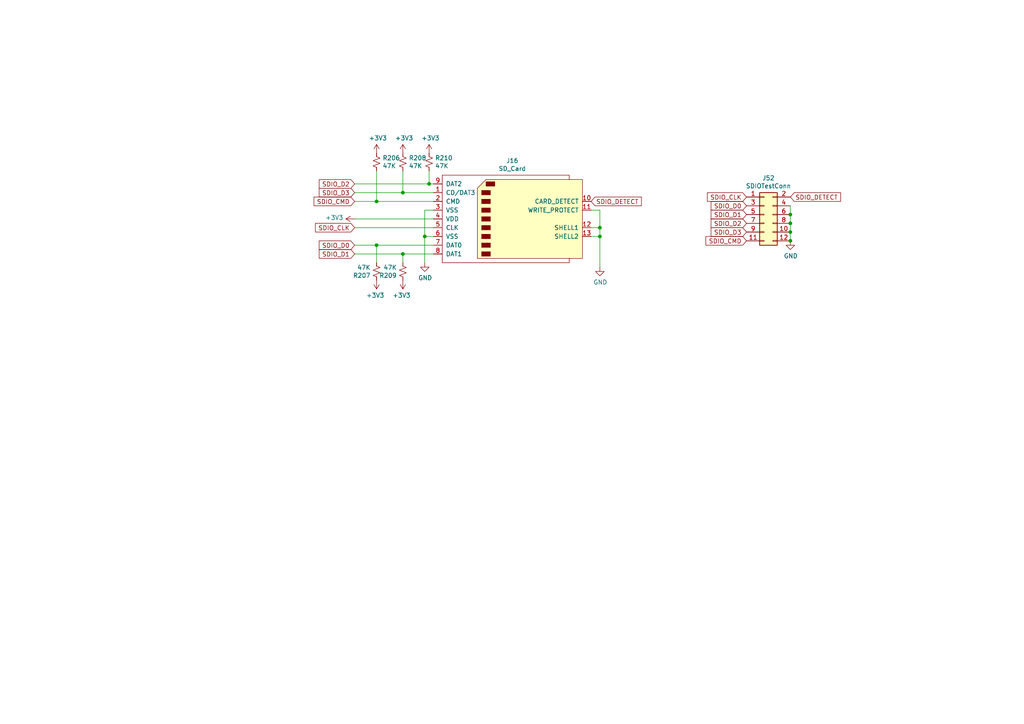
<source format=kicad_sch>
(kicad_sch (version 20210621) (generator eeschema)
  (paper "A4")
  (lib_symbols
    (symbol "Connector:SD_Card" (pin_names (offset 1.016))
      (property "Reference" "J" (at -16.51 13.97 0))
      (property "Value" "SD_Card" (at 15.24 -13.97 0))
      (symbol "SD_Card_0_1"
        (rectangle (start -8.89 -9.525) (end -6.35 -10.795) (fill (type outline)))
        (rectangle (start -8.89 -6.985) (end -6.35 -8.255) (fill (type outline)))
        (rectangle (start -8.89 -4.445) (end -6.35 -5.715) (fill (type outline)))
        (rectangle (start -8.89 -1.905) (end -6.35 -3.175) (fill (type outline)))
        (rectangle (start -8.89 0.635) (end -6.35 -0.635) (fill (type outline)))
        (rectangle (start -8.89 3.175) (end -6.35 1.905) (fill (type outline)))
        (rectangle (start -8.89 5.715) (end -6.35 4.445) (fill (type outline)))
        (rectangle (start -8.89 8.255) (end -6.35 6.985) (fill (type outline)))
        (rectangle (start -7.62 10.795) (end -5.08 9.525) (fill (type outline)))
        (polyline (pts (xy 16.51 11.43) (xy 16.51 12.7) (xy -20.32 12.7) (xy -20.32 -12.7) (xy 16.51 -12.7) (xy 16.51 -11.43)))
        (polyline (pts (xy -10.16 8.89) (xy -7.62 11.43) (xy 20.32 11.43) (xy 20.32 -11.43) (xy -10.16 -11.43) (xy -10.16 8.89)) (fill (type background)))
      )
      (symbol "SD_Card_1_1"
        (pin input line (at -22.86 7.62 0) (length 2.54) (name "CD/DAT3") (number "1"))
        (pin input line (at 22.86 5.08 180) (length 2.54) (name "CARD_DETECT") (number "10"))
        (pin input line (at 22.86 2.54 180) (length 2.54) (name "WRITE_PROTECT") (number "11"))
        (pin input line (at 22.86 -2.54 180) (length 2.54) (name "SHELL1") (number "12"))
        (pin input line (at 22.86 -5.08 180) (length 2.54) (name "SHELL2") (number "13"))
        (pin input line (at -22.86 5.08 0) (length 2.54) (name "CMD") (number "2"))
        (pin power_in line (at -22.86 2.54 0) (length 2.54) (name "VSS") (number "3"))
        (pin power_in line (at -22.86 0 0) (length 2.54) (name "VDD") (number "4"))
        (pin input line (at -22.86 -2.54 0) (length 2.54) (name "CLK") (number "5"))
        (pin power_in line (at -22.86 -5.08 0) (length 2.54) (name "VSS") (number "6"))
        (pin input line (at -22.86 -7.62 0) (length 2.54) (name "DAT0") (number "7"))
        (pin input line (at -22.86 -10.16 0) (length 2.54) (name "DAT1") (number "8"))
        (pin input line (at -22.86 10.16 0) (length 2.54) (name "DAT2") (number "9"))
      )
    )
    (symbol "Connector_Generic:Conn_02x06_Odd_Even" (pin_names (offset 1.016) hide)
      (property "Reference" "J" (at 1.27 7.62 0))
      (property "Value" "Conn_02x06_Odd_Even" (at 1.27 -10.16 0))
      (symbol "Conn_02x06_Odd_Even_1_1"
        (rectangle (start -1.27 -7.493) (end 0 -7.747) (stroke (width 0.1524)))
        (rectangle (start -1.27 -4.953) (end 0 -5.207) (stroke (width 0.1524)))
        (rectangle (start -1.27 -2.413) (end 0 -2.667) (stroke (width 0.1524)))
        (rectangle (start -1.27 0.127) (end 0 -0.127) (stroke (width 0.1524)))
        (rectangle (start -1.27 2.667) (end 0 2.413) (stroke (width 0.1524)))
        (rectangle (start -1.27 5.207) (end 0 4.953) (stroke (width 0.1524)))
        (rectangle (start 3.81 -7.493) (end 2.54 -7.747) (stroke (width 0.1524)))
        (rectangle (start 3.81 -4.953) (end 2.54 -5.207) (stroke (width 0.1524)))
        (rectangle (start 3.81 -2.413) (end 2.54 -2.667) (stroke (width 0.1524)))
        (rectangle (start 3.81 0.127) (end 2.54 -0.127) (stroke (width 0.1524)))
        (rectangle (start 3.81 2.667) (end 2.54 2.413) (stroke (width 0.1524)))
        (rectangle (start 3.81 5.207) (end 2.54 4.953) (stroke (width 0.1524)))
        (rectangle (start -1.27 6.35) (end 3.81 -8.89) (stroke (width 0.254)) (fill (type background)))
        (pin passive line (at -5.08 5.08 0) (length 3.81) (name "Pin_1") (number "1"))
        (pin passive line (at 7.62 -5.08 180) (length 3.81) (name "Pin_10") (number "10"))
        (pin passive line (at -5.08 -7.62 0) (length 3.81) (name "Pin_11") (number "11"))
        (pin passive line (at 7.62 -7.62 180) (length 3.81) (name "Pin_12") (number "12"))
        (pin passive line (at 7.62 5.08 180) (length 3.81) (name "Pin_2") (number "2"))
        (pin passive line (at -5.08 2.54 0) (length 3.81) (name "Pin_3") (number "3"))
        (pin passive line (at 7.62 2.54 180) (length 3.81) (name "Pin_4") (number "4"))
        (pin passive line (at -5.08 0 0) (length 3.81) (name "Pin_5") (number "5"))
        (pin passive line (at 7.62 0 180) (length 3.81) (name "Pin_6") (number "6"))
        (pin passive line (at -5.08 -2.54 0) (length 3.81) (name "Pin_7") (number "7"))
        (pin passive line (at 7.62 -2.54 180) (length 3.81) (name "Pin_8") (number "8"))
        (pin passive line (at -5.08 -5.08 0) (length 3.81) (name "Pin_9") (number "9"))
      )
    )
    (symbol "Device:R_Small_US" (pin_numbers hide) (pin_names (offset 0.254) hide)
      (property "Reference" "R" (at 0.762 0.508 0))
      (property "Value" "R_Small_US" (at 0.762 -1.016 0))
      (symbol "R_Small_US_1_1"
        (polyline (pts (xy 0 0) (xy 1.016 -0.381) (xy 0 -0.762) (xy -1.016 -1.143) (xy 0 -1.524)))
        (polyline (pts (xy 0 1.524) (xy 1.016 1.143) (xy 0 0.762) (xy -1.016 0.381) (xy 0 0)))
        (pin passive line (at 0 2.54 270) (length 1.016) (name "~") (number "1"))
        (pin passive line (at 0 -2.54 90) (length 1.016) (name "~") (number "2"))
      )
    )
    (symbol "power:+3.3V" (power) (pin_names (offset 0))
      (property "Value" "+3.3V" (at 0 3.556 0))
      (symbol "+3.3V_0_1"
        (polyline (pts (xy -0.762 1.27) (xy 0 2.54)))
        (polyline (pts (xy 0 0) (xy 0 2.54)))
        (polyline (pts (xy 0 2.54) (xy 0.762 1.27)))
      )
      (symbol "+3.3V_1_1"
        (pin power_in line (at 0 0 90) (length 0) hide (name "+3V3") (number "1"))
      )
    )
    (symbol "power:GND" (power) (pin_names (offset 0))
      (property "Value" "GND" (at 0 -3.81 0))
      (symbol "GND_0_1"
        (polyline (pts (xy 0 0) (xy 0 -1.27) (xy 1.27 -1.27) (xy 0 -2.54) (xy -1.27 -1.27) (xy 0 -1.27)))
      )
      (symbol "GND_1_1"
        (pin power_in line (at 0 0 270) (length 0) hide (name "GND") (number "1"))
      )
    )
  )
  (junction (at 109.22 58.42))
  (junction (at 109.22 71.12))
  (junction (at 116.84 55.88))
  (junction (at 116.84 73.66))
  (junction (at 123.19 68.58))
  (junction (at 124.46 53.34))
  (junction (at 173.99 66.04))
  (junction (at 173.99 68.58))
  (junction (at 229.235 62.23))
  (junction (at 229.235 64.77))
  (junction (at 229.235 67.31))
  (junction (at 229.235 69.85))
  (wire (pts (xy 102.87 53.34) (xy 124.46 53.34)))
  (wire (pts (xy 102.87 55.88) (xy 116.84 55.88)))
  (wire (pts (xy 102.87 58.42) (xy 109.22 58.42)))
  (wire (pts (xy 102.87 63.5) (xy 125.73 63.5)))
  (wire (pts (xy 102.87 66.04) (xy 125.73 66.04)))
  (wire (pts (xy 102.87 71.12) (xy 109.22 71.12)))
  (wire (pts (xy 102.87 73.66) (xy 116.84 73.66)))
  (wire (pts (xy 109.22 49.53) (xy 109.22 58.42)))
  (wire (pts (xy 109.22 58.42) (xy 125.73 58.42)))
  (wire (pts (xy 109.22 71.12) (xy 109.22 76.2)))
  (wire (pts (xy 116.84 49.53) (xy 116.84 55.88)))
  (wire (pts (xy 116.84 55.88) (xy 125.73 55.88)))
  (wire (pts (xy 116.84 73.66) (xy 116.84 76.2)))
  (wire (pts (xy 123.19 60.96) (xy 123.19 68.58)))
  (wire (pts (xy 123.19 68.58) (xy 123.19 76.2)))
  (wire (pts (xy 124.46 49.53) (xy 124.46 53.34)))
  (wire (pts (xy 124.46 53.34) (xy 125.73 53.34)))
  (wire (pts (xy 125.73 60.96) (xy 123.19 60.96)))
  (wire (pts (xy 125.73 68.58) (xy 123.19 68.58)))
  (wire (pts (xy 125.73 71.12) (xy 109.22 71.12)))
  (wire (pts (xy 125.73 73.66) (xy 116.84 73.66)))
  (wire (pts (xy 171.45 60.96) (xy 173.99 60.96)))
  (wire (pts (xy 171.45 66.04) (xy 173.99 66.04)))
  (wire (pts (xy 171.45 68.58) (xy 173.99 68.58)))
  (wire (pts (xy 173.99 60.96) (xy 173.99 66.04)))
  (wire (pts (xy 173.99 66.04) (xy 173.99 68.58)))
  (wire (pts (xy 173.99 68.58) (xy 173.99 77.47)))
  (wire (pts (xy 229.235 59.69) (xy 229.235 62.23)))
  (wire (pts (xy 229.235 62.23) (xy 229.235 64.77)))
  (wire (pts (xy 229.235 64.77) (xy 229.235 67.31)))
  (wire (pts (xy 229.235 67.31) (xy 229.235 69.85)))
  (global_label "SDIO_D2" (shape input) (at 102.87 53.34 180) (property "Intersheet References" "${INTERSHEET_REFS}" (effects hide)))
  (global_label "SDIO_D3" (shape input) (at 102.87 55.88 180) (property "Intersheet References" "${INTERSHEET_REFS}" (effects hide)))
  (global_label "SDIO_CMD" (shape input) (at 102.87 58.42 180) (property "Intersheet References" "${INTERSHEET_REFS}" (effects hide)))
  (global_label "SDIO_CLK" (shape input) (at 102.87 66.04 180) (property "Intersheet References" "${INTERSHEET_REFS}" (effects hide)))
  (global_label "SDIO_D0" (shape input) (at 102.87 71.12 180) (property "Intersheet References" "${INTERSHEET_REFS}" (effects hide)))
  (global_label "SDIO_D1" (shape input) (at 102.87 73.66 180) (property "Intersheet References" "${INTERSHEET_REFS}" (effects hide)))
  (global_label "SDIO_DETECT" (shape input) (at 171.45 58.42 0) (property "Intersheet References" "${INTERSHEET_REFS}" (effects hide)))
  (global_label "SDIO_CLK" (shape input) (at 216.535 57.15 180) (property "Intersheet References" "${INTERSHEET_REFS}" (effects hide)))
  (global_label "SDIO_D0" (shape input) (at 216.535 59.69 180) (property "Intersheet References" "${INTERSHEET_REFS}" (effects hide)))
  (global_label "SDIO_D1" (shape input) (at 216.535 62.23 180) (property "Intersheet References" "${INTERSHEET_REFS}" (effects hide)))
  (global_label "SDIO_D2" (shape input) (at 216.535 64.77 180) (property "Intersheet References" "${INTERSHEET_REFS}" (effects hide)))
  (global_label "SDIO_D3" (shape input) (at 216.535 67.31 180) (property "Intersheet References" "${INTERSHEET_REFS}" (effects hide)))
  (global_label "SDIO_CMD" (shape input) (at 216.535 69.85 180) (property "Intersheet References" "${INTERSHEET_REFS}" (effects hide)))
  (global_label "SDIO_DETECT" (shape input) (at 229.235 57.15 0) (property "Intersheet References" "${INTERSHEET_REFS}" (effects hide)))
  (symbol (lib_id "power:+3.3V") (at 102.87 63.5 90) (unit 1)
    (property "Reference" "#PWR0513" (effects hide))
    (property "Value" "+3.3V" (at 99.6188 63.119 90) (effects (justify left)))
  )
  (symbol (lib_id "power:+3.3V") (at 109.22 44.45 0) (unit 1)
    (property "Reference" "#PWR0509" (effects hide))
    (property "Value" "+3.3V" (at 109.601 40.0558 0))
  )
  (symbol (lib_id "power:+3.3V") (at 109.22 81.28 180) (unit 1)
    (property "Reference" "#PWR0510" (effects hide))
    (property "Value" "+3.3V" (at 108.839 85.6742 0))
  )
  (symbol (lib_id "power:+3.3V") (at 116.84 44.45 0) (unit 1)
    (property "Reference" "#PWR0508" (effects hide))
    (property "Value" "+3.3V" (at 117.221 40.0558 0))
  )
  (symbol (lib_id "power:+3.3V") (at 116.84 81.28 180) (unit 1)
    (property "Reference" "#PWR0511" (effects hide))
    (property "Value" "+3.3V" (at 116.459 85.6742 0))
  )
  (symbol (lib_id "power:+3.3V") (at 124.46 44.45 0) (unit 1)
    (property "Reference" "#PWR0507" (effects hide))
    (property "Value" "+3.3V" (at 124.841 40.0558 0))
  )
  (symbol (lib_id "power:GND") (at 123.19 76.2 0) (unit 1)
    (property "Reference" "#PWR0512" (effects hide))
    (property "Value" "GND" (at 123.317 80.5942 0))
  )
  (symbol (lib_id "power:GND") (at 173.99 77.47 0) (unit 1)
    (property "Reference" "#PWR0514" (effects hide))
    (property "Value" "GND" (at 174.117 81.8642 0))
  )
  (symbol (lib_id "power:GND") (at 229.235 69.85 0) (unit 1)
    (property "Reference" "#PWR0967" (effects hide))
    (property "Value" "GND" (at 229.362 74.2442 0))
  )
  (symbol (lib_id "Device:R_Small_US") (at 109.22 46.99 0) (unit 1)
    (property "Reference" "R206" (at 110.9472 45.8216 0) (effects (justify left)))
    (property "Value" "47K" (at 110.9472 48.133 0) (effects (justify left)))
    (property "Footprint" "Resistor_SMD:R_0603_1608Metric" (effects hide))
    (property "LCSC" "C25819" (effects hide))
  )
  (symbol (lib_id "Device:R_Small_US") (at 109.22 78.74 180) (unit 1)
    (property "Reference" "R207" (at 107.4928 79.9084 0) (effects (justify left)))
    (property "Value" "47K" (at 107.4928 77.597 0) (effects (justify left)))
    (property "Footprint" "Resistor_SMD:R_0603_1608Metric" (effects hide))
    (property "LCSC" "C25819" (effects hide))
  )
  (symbol (lib_id "Device:R_Small_US") (at 116.84 46.99 0) (unit 1)
    (property "Reference" "R208" (at 118.5672 45.8216 0) (effects (justify left)))
    (property "Value" "47K" (at 118.5672 48.133 0) (effects (justify left)))
    (property "Footprint" "Resistor_SMD:R_0603_1608Metric" (effects hide))
    (property "LCSC" "C25819" (effects hide))
  )
  (symbol (lib_id "Device:R_Small_US") (at 116.84 78.74 180) (unit 1)
    (property "Reference" "R209" (at 115.1128 79.9084 0) (effects (justify left)))
    (property "Value" "47K" (at 115.1128 77.597 0) (effects (justify left)))
    (property "Footprint" "Resistor_SMD:R_0603_1608Metric" (effects hide))
    (property "LCSC" "C25819" (effects hide))
  )
  (symbol (lib_id "Device:R_Small_US") (at 124.46 46.99 0) (unit 1)
    (property "Reference" "R210" (at 126.1872 45.8216 0) (effects (justify left)))
    (property "Value" "47K" (at 126.1872 48.133 0) (effects (justify left)))
    (property "Footprint" "Resistor_SMD:R_0603_1608Metric" (effects hide))
    (property "LCSC" "C25819" (effects hide))
  )
  (symbol (lib_id "Connector_Generic:Conn_02x06_Odd_Even") (at 221.615 62.23 0) (unit 1)
    (property "Reference" "J52" (at 222.885 51.6382 0))
    (property "Value" "SDIOTestConn" (at 222.885 53.9496 0))
    (property "Footprint" "Connector_PinHeader_2.54mm:PinHeader_2x06_P2.54mm_Vertical" (effects hide))
  )
  (symbol (lib_id "Connector:SD_Card") (at 148.59 63.5 0) (unit 1)
    (property "Reference" "J16" (at 148.59 46.609 0))
    (property "Value" "SD_Card" (at 148.59 48.9204 0))
    (property "Footprint" "Connector_Card:SD_Kyocera_145638009211859+" (effects hide))
    (property "Datasheet" "http://portal.fciconnect.com/Comergent//fci/drawing/10067847.pdf" (effects hide))
  )
)
</source>
